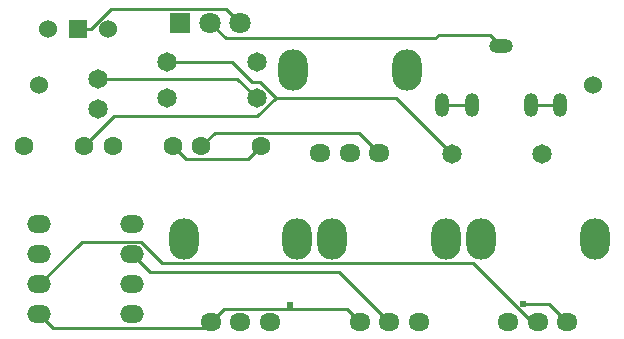
<source format=gtl>
G04 Layer: TopLayer*
G04 EasyEDA v6.5.23, 2023-04-27 09:42:27*
G04 070e00cd3d364d4cb8f93b061264e40a,f016fa541b524367aba1ea0f7d3472e8,10*
G04 Gerber Generator version 0.2*
G04 Scale: 100 percent, Rotated: No, Reflected: No *
G04 Dimensions in millimeters *
G04 leading zeros omitted , absolute positions ,4 integer and 5 decimal *
%FSLAX45Y45*%
%MOMM*%

%ADD10C,0.2540*%
%ADD11R,1.5240X1.5240*%
%ADD12C,1.5240*%
%ADD13C,1.8000*%
%ADD14R,1.8000X1.8000*%
%ADD15C,1.6510*%
%ADD16C,1.6000*%
%ADD17O,1.9999959999999999X1.524*%
%ADD18O,1.9999959999999999X1.1999976*%
%ADD19O,1.1999976X1.9999959999999999*%
%ADD20O,1.7999964X1.499997*%
%ADD21O,2.4999949999999997X3.499866*%
%ADD22C,1.6500*%
%ADD23C,0.6100*%

%LPD*%
D10*
X698500Y2362202D02*
G01*
X1879600Y2362202D01*
X2044700Y2197102D01*
X201904Y622302D02*
G01*
X561619Y982017D01*
X1060602Y982017D01*
X1245666Y796952D01*
X3875227Y796952D01*
X4371441Y300738D01*
X4424299Y300738D01*
X3164713Y300738D02*
G01*
X2738856Y726594D01*
X1141603Y726594D01*
X991895Y876302D01*
X1905000Y2832102D02*
G01*
X1786915Y2950187D01*
X806399Y2950187D01*
X637514Y2781302D01*
X533400Y2781302D02*
G01*
X637514Y2781302D01*
X584200Y1790702D02*
G01*
X835913Y2042416D01*
X2050389Y2042416D01*
X2207259Y2199286D01*
X3695700Y1727202D02*
G01*
X3223615Y2199286D01*
X2207259Y2199286D01*
X2207259Y2199286D02*
G01*
X2071446Y2335100D01*
X2001951Y2335100D01*
X1835150Y2501902D01*
X1282700Y2501902D01*
X3614800Y2137666D02*
G01*
X3863720Y2137666D01*
X4363720Y2137666D02*
G01*
X4614799Y2137666D01*
X3082112Y1732790D02*
G01*
X2910230Y1904672D01*
X1688769Y1904672D01*
X1574800Y1790702D01*
X4674311Y300738D02*
G01*
X4519345Y455703D01*
X4299305Y455703D01*
X1655140Y300738D02*
G01*
X1608328Y253926D01*
X316280Y253926D01*
X201904Y368302D01*
X1333500Y1790702D02*
G01*
X1445615Y1678586D01*
X1970684Y1678586D01*
X2082800Y1790702D01*
X1651000Y2832102D02*
G01*
X1779828Y2703273D01*
X3554984Y2703273D01*
X3584676Y2732966D01*
X4019499Y2732966D01*
X4114800Y2637665D01*
X2326487Y445340D02*
G01*
X2326487Y411304D01*
X2914726Y300738D02*
G01*
X2804159Y411304D01*
X2326487Y411304D01*
X2326487Y411304D02*
G01*
X1765706Y411304D01*
X1655140Y300738D01*
D11*
G01*
X533400Y2781300D03*
D12*
G01*
X787400Y2781300D03*
G01*
X279400Y2781300D03*
D13*
G01*
X1905000Y2832100D03*
G01*
X1651000Y2832100D03*
D14*
G01*
X1397000Y2832100D03*
D15*
G01*
X1282700Y2501900D03*
G01*
X2044700Y2501900D03*
D16*
G01*
X76200Y1790700D03*
G01*
X584200Y1790700D03*
G01*
X1574800Y1790700D03*
G01*
X2082800Y1790700D03*
G01*
X825500Y1790700D03*
G01*
X1333500Y1790700D03*
D17*
G01*
X201904Y1130300D03*
G01*
X991895Y1130300D03*
G01*
X201904Y876300D03*
G01*
X991895Y876300D03*
G01*
X201904Y622300D03*
G01*
X991895Y622300D03*
G01*
X201904Y368300D03*
G01*
X991895Y368300D03*
D18*
G01*
X4114800Y2637662D03*
D19*
G01*
X4614799Y2137663D03*
G01*
X4363720Y2137663D03*
G01*
X3863720Y2137663D03*
G01*
X3614800Y2137663D03*
D20*
G01*
X1655140Y300736D03*
G01*
X1905127Y300736D03*
G01*
X2155139Y300736D03*
D21*
G01*
X2385136Y1000760D03*
G01*
X1425117Y1000760D03*
D20*
G01*
X4174312Y300736D03*
G01*
X4424299Y300736D03*
G01*
X4674311Y300736D03*
D21*
G01*
X4904308Y1000760D03*
G01*
X3944289Y1000760D03*
D20*
G01*
X2914726Y300736D03*
G01*
X3164713Y300736D03*
G01*
X3414725Y300736D03*
D21*
G01*
X3644722Y1000760D03*
G01*
X2684703Y1000760D03*
D15*
G01*
X3695700Y1727200D03*
G01*
X4457700Y1727200D03*
G01*
X1282700Y2197100D03*
G01*
X2044700Y2197100D03*
D22*
G01*
X698500Y2362200D03*
G01*
X698500Y2108200D03*
D20*
G01*
X2582113Y1732787D03*
G01*
X2832100Y1732787D03*
G01*
X3082112Y1732787D03*
D21*
G01*
X3312109Y2432812D03*
G01*
X2352090Y2432812D03*
D12*
G01*
X4889500Y2311400D03*
G01*
X203200Y2311400D03*
D23*
G01*
X2326487Y445340D03*
G01*
X4299305Y455703D03*
M02*

</source>
